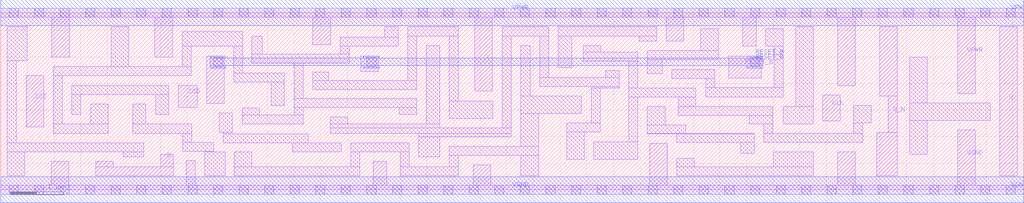
<source format=lef>
# Copyright 2020 The SkyWater PDK Authors
#
# Licensed under the Apache License, Version 2.0 (the "License");
# you may not use this file except in compliance with the License.
# You may obtain a copy of the License at
#
#     https://www.apache.org/licenses/LICENSE-2.0
#
# Unless required by applicable law or agreed to in writing, software
# distributed under the License is distributed on an "AS IS" BASIS,
# WITHOUT WARRANTIES OR CONDITIONS OF ANY KIND, either express or implied.
# See the License for the specific language governing permissions and
# limitations under the License.
#
# SPDX-License-Identifier: Apache-2.0

VERSION 5.7 ;
  NAMESCASESENSITIVE ON ;
  NOWIREEXTENSIONATPIN ON ;
  DIVIDERCHAR "/" ;
  BUSBITCHARS "[]" ;
UNITS
  DATABASE MICRONS 200 ;
END UNITS
MACRO sky130_fd_sc_lp__sdfrbp_lp
  CLASS CORE ;
  SOURCE USER ;
  FOREIGN sky130_fd_sc_lp__sdfrbp_lp ;
  ORIGIN  0.000000  0.000000 ;
  SIZE  19.20000 BY  3.330000 ;
  SYMMETRY R90 ;
  SITE unit ;
  PIN D
    ANTENNAGATEAREA  0.159000 ;
    DIRECTION INPUT ;
    USE SIGNAL ;
    PORT
      LAYER li1 ;
        RECT 1.780000 0.265000 3.235000 0.435000 ;
        RECT 1.780000 0.435000 2.110000 0.535000 ;
        RECT 3.005000 0.435000 3.235000 0.670000 ;
    END
  END D
  PIN Q
    ANTENNADIFFAREA  0.598500 ;
    DIRECTION OUTPUT ;
    USE SIGNAL ;
    PORT
      LAYER li1 ;
        RECT 18.755000 0.265000 19.085000 3.065000 ;
    END
  END Q
  PIN Q_N
    ANTENNADIFFAREA  0.598500 ;
    DIRECTION OUTPUT ;
    USE SIGNAL ;
    PORT
      LAYER li1 ;
        RECT 16.445000 0.265000 16.830000 1.075000 ;
        RECT 16.500000 1.765000 16.830000 3.065000 ;
        RECT 16.660000 1.075000 16.830000 1.765000 ;
    END
  END Q_N
  PIN RESET_B
    ANTENNAGATEAREA  0.633000 ;
    DIRECTION INPUT ;
    USE SIGNAL ;
    PORT
      LAYER li1 ;
        RECT  3.865000 1.625000  4.195000 2.520000 ;
        RECT  6.755000 2.225000  7.085000 2.520000 ;
        RECT 13.665000 2.100000 14.275000 2.520000 ;
      LAYER mcon ;
        RECT  3.995000 2.320000  4.165000 2.490000 ;
        RECT  6.875000 2.320000  7.045000 2.490000 ;
        RECT 14.075000 2.320000 14.245000 2.490000 ;
      LAYER met1 ;
        RECT  3.935000 2.290000  4.225000 2.335000 ;
        RECT  3.935000 2.335000 14.305000 2.475000 ;
        RECT  3.935000 2.475000  4.225000 2.520000 ;
        RECT  6.815000 2.290000  7.105000 2.335000 ;
        RECT  6.815000 2.475000  7.105000 2.520000 ;
        RECT 14.015000 2.290000 14.305000 2.335000 ;
        RECT 14.015000 2.475000 14.305000 2.520000 ;
    END
  END RESET_B
  PIN SCD
    ANTENNAGATEAREA  0.159000 ;
    DIRECTION INPUT ;
    USE SIGNAL ;
    PORT
      LAYER li1 ;
        RECT 3.335000 1.550000 3.685000 1.965000 ;
    END
  END SCD
  PIN SCE
    ANTENNAGATEAREA  0.477000 ;
    DIRECTION INPUT ;
    USE SIGNAL ;
    PORT
      LAYER li1 ;
        RECT 0.475000 1.180000 0.805000 2.150000 ;
    END
  END SCE
  PIN CLK
    ANTENNAGATEAREA  0.630000 ;
    DIRECTION INPUT ;
    USE CLOCK ;
    PORT
      LAYER li1 ;
        RECT 15.430000 1.295000 15.760000 1.780000 ;
    END
  END CLK
  PIN VGND
    DIRECTION INOUT ;
    USE GROUND ;
    PORT
      LAYER li1 ;
        RECT  0.000000 -0.085000 19.200000 0.085000 ;
        RECT  0.945000  0.085000  1.275000 0.535000 ;
        RECT  3.480000  0.085000  3.650000 0.555000 ;
        RECT  6.995000  0.085000  7.245000 0.535000 ;
        RECT  8.865000  0.085000  9.195000 0.465000 ;
        RECT 12.180000  0.085000 12.510000 0.870000 ;
        RECT 15.710000  0.085000 16.040000 0.710000 ;
        RECT 17.965000  0.085000 18.295000 1.125000 ;
      LAYER mcon ;
        RECT  0.155000 -0.085000  0.325000 0.085000 ;
        RECT  0.635000 -0.085000  0.805000 0.085000 ;
        RECT  1.115000 -0.085000  1.285000 0.085000 ;
        RECT  1.595000 -0.085000  1.765000 0.085000 ;
        RECT  2.075000 -0.085000  2.245000 0.085000 ;
        RECT  2.555000 -0.085000  2.725000 0.085000 ;
        RECT  3.035000 -0.085000  3.205000 0.085000 ;
        RECT  3.515000 -0.085000  3.685000 0.085000 ;
        RECT  3.995000 -0.085000  4.165000 0.085000 ;
        RECT  4.475000 -0.085000  4.645000 0.085000 ;
        RECT  4.955000 -0.085000  5.125000 0.085000 ;
        RECT  5.435000 -0.085000  5.605000 0.085000 ;
        RECT  5.915000 -0.085000  6.085000 0.085000 ;
        RECT  6.395000 -0.085000  6.565000 0.085000 ;
        RECT  6.875000 -0.085000  7.045000 0.085000 ;
        RECT  7.355000 -0.085000  7.525000 0.085000 ;
        RECT  7.835000 -0.085000  8.005000 0.085000 ;
        RECT  8.315000 -0.085000  8.485000 0.085000 ;
        RECT  8.795000 -0.085000  8.965000 0.085000 ;
        RECT  9.275000 -0.085000  9.445000 0.085000 ;
        RECT  9.755000 -0.085000  9.925000 0.085000 ;
        RECT 10.235000 -0.085000 10.405000 0.085000 ;
        RECT 10.715000 -0.085000 10.885000 0.085000 ;
        RECT 11.195000 -0.085000 11.365000 0.085000 ;
        RECT 11.675000 -0.085000 11.845000 0.085000 ;
        RECT 12.155000 -0.085000 12.325000 0.085000 ;
        RECT 12.635000 -0.085000 12.805000 0.085000 ;
        RECT 13.115000 -0.085000 13.285000 0.085000 ;
        RECT 13.595000 -0.085000 13.765000 0.085000 ;
        RECT 14.075000 -0.085000 14.245000 0.085000 ;
        RECT 14.555000 -0.085000 14.725000 0.085000 ;
        RECT 15.035000 -0.085000 15.205000 0.085000 ;
        RECT 15.515000 -0.085000 15.685000 0.085000 ;
        RECT 15.995000 -0.085000 16.165000 0.085000 ;
        RECT 16.475000 -0.085000 16.645000 0.085000 ;
        RECT 16.955000 -0.085000 17.125000 0.085000 ;
        RECT 17.435000 -0.085000 17.605000 0.085000 ;
        RECT 17.915000 -0.085000 18.085000 0.085000 ;
        RECT 18.395000 -0.085000 18.565000 0.085000 ;
        RECT 18.875000 -0.085000 19.045000 0.085000 ;
      LAYER met1 ;
        RECT 0.000000 -0.245000 19.200000 0.245000 ;
    END
  END VGND
  PIN VPWR
    DIRECTION INOUT ;
    USE POWER ;
    PORT
      LAYER li1 ;
        RECT  0.000000 3.245000 19.200000 3.415000 ;
        RECT  0.960000 2.495000  1.290000 3.245000 ;
        RECT  2.895000 2.495000  3.225000 3.245000 ;
        RECT  5.860000 2.735000  6.190000 3.245000 ;
        RECT  8.895000 1.855000  9.225000 3.245000 ;
        RECT 12.495000 2.795000 12.825000 3.245000 ;
        RECT 13.930000 2.700000 14.180000 3.245000 ;
        RECT 15.710000 1.960000 16.040000 3.245000 ;
        RECT 17.965000 1.815000 18.295000 3.245000 ;
      LAYER mcon ;
        RECT  0.155000 3.245000  0.325000 3.415000 ;
        RECT  0.635000 3.245000  0.805000 3.415000 ;
        RECT  1.115000 3.245000  1.285000 3.415000 ;
        RECT  1.595000 3.245000  1.765000 3.415000 ;
        RECT  2.075000 3.245000  2.245000 3.415000 ;
        RECT  2.555000 3.245000  2.725000 3.415000 ;
        RECT  3.035000 3.245000  3.205000 3.415000 ;
        RECT  3.515000 3.245000  3.685000 3.415000 ;
        RECT  3.995000 3.245000  4.165000 3.415000 ;
        RECT  4.475000 3.245000  4.645000 3.415000 ;
        RECT  4.955000 3.245000  5.125000 3.415000 ;
        RECT  5.435000 3.245000  5.605000 3.415000 ;
        RECT  5.915000 3.245000  6.085000 3.415000 ;
        RECT  6.395000 3.245000  6.565000 3.415000 ;
        RECT  6.875000 3.245000  7.045000 3.415000 ;
        RECT  7.355000 3.245000  7.525000 3.415000 ;
        RECT  7.835000 3.245000  8.005000 3.415000 ;
        RECT  8.315000 3.245000  8.485000 3.415000 ;
        RECT  8.795000 3.245000  8.965000 3.415000 ;
        RECT  9.275000 3.245000  9.445000 3.415000 ;
        RECT  9.755000 3.245000  9.925000 3.415000 ;
        RECT 10.235000 3.245000 10.405000 3.415000 ;
        RECT 10.715000 3.245000 10.885000 3.415000 ;
        RECT 11.195000 3.245000 11.365000 3.415000 ;
        RECT 11.675000 3.245000 11.845000 3.415000 ;
        RECT 12.155000 3.245000 12.325000 3.415000 ;
        RECT 12.635000 3.245000 12.805000 3.415000 ;
        RECT 13.115000 3.245000 13.285000 3.415000 ;
        RECT 13.595000 3.245000 13.765000 3.415000 ;
        RECT 14.075000 3.245000 14.245000 3.415000 ;
        RECT 14.555000 3.245000 14.725000 3.415000 ;
        RECT 15.035000 3.245000 15.205000 3.415000 ;
        RECT 15.515000 3.245000 15.685000 3.415000 ;
        RECT 15.995000 3.245000 16.165000 3.415000 ;
        RECT 16.475000 3.245000 16.645000 3.415000 ;
        RECT 16.955000 3.245000 17.125000 3.415000 ;
        RECT 17.435000 3.245000 17.605000 3.415000 ;
        RECT 17.915000 3.245000 18.085000 3.415000 ;
        RECT 18.395000 3.245000 18.565000 3.415000 ;
        RECT 18.875000 3.245000 19.045000 3.415000 ;
      LAYER met1 ;
        RECT 0.000000 3.085000 19.200000 3.575000 ;
    END
  END VPWR
  OBS
    LAYER li1 ;
      RECT  0.125000 0.265000  0.455000 0.715000 ;
      RECT  0.125000 0.715000  2.680000 0.885000 ;
      RECT  0.125000 0.885000  0.295000 2.435000 ;
      RECT  0.125000 2.435000  0.500000 3.065000 ;
      RECT  0.985000 1.065000  2.015000 1.235000 ;
      RECT  0.985000 1.235000  1.155000 2.145000 ;
      RECT  0.985000 2.145000  3.575000 2.315000 ;
      RECT  1.335000 1.415000  1.505000 1.795000 ;
      RECT  1.335000 1.795000  3.155000 1.965000 ;
      RECT  1.685000 1.235000  2.015000 1.615000 ;
      RECT  2.075000 2.315000  2.405000 3.065000 ;
      RECT  2.295000 0.615000  2.680000 0.715000 ;
      RECT  2.475000 1.065000  3.585000 1.235000 ;
      RECT  2.475000 1.235000  2.725000 1.615000 ;
      RECT  2.905000 1.415000  3.155000 1.795000 ;
      RECT  3.405000 2.315000  3.575000 2.700000 ;
      RECT  3.405000 2.700000  4.545000 2.975000 ;
      RECT  3.415000 0.725000  4.000000 0.895000 ;
      RECT  3.415000 0.895000  3.585000 1.065000 ;
      RECT  3.830000 0.265000  4.210000 0.715000 ;
      RECT  3.830000 0.715000  4.000000 0.725000 ;
      RECT  4.100000 1.075000  4.350000 1.445000 ;
      RECT  4.180000 0.885000  5.770000 1.055000 ;
      RECT  4.180000 1.055000  4.350000 1.075000 ;
      RECT  4.375000 2.025000  5.325000 2.195000 ;
      RECT  4.375000 2.195000  4.545000 2.700000 ;
      RECT  4.380000 0.265000  6.740000 0.435000 ;
      RECT  4.380000 0.435000  4.710000 0.715000 ;
      RECT  4.530000 1.235000  5.675000 1.405000 ;
      RECT  4.530000 1.405000  4.860000 1.535000 ;
      RECT  4.715000 2.385000  6.540000 2.555000 ;
      RECT  4.715000 2.555000  4.905000 2.895000 ;
      RECT  5.075000 1.585000  5.325000 2.025000 ;
      RECT  5.470000 0.715000  6.390000 0.885000 ;
      RECT  5.505000 1.405000  5.675000 1.545000 ;
      RECT  5.505000 1.545000  7.810000 1.715000 ;
      RECT  5.505000 1.715000  5.675000 2.385000 ;
      RECT  5.855000 1.885000  7.810000 2.055000 ;
      RECT  5.855000 2.055000  6.155000 2.215000 ;
      RECT  6.185000 1.065000  9.585000 1.165000 ;
      RECT  6.185000 1.165000  8.240000 1.235000 ;
      RECT  6.185000 1.235000  6.515000 1.375000 ;
      RECT  6.370000 2.555000  6.540000 2.700000 ;
      RECT  6.370000 2.700000  7.460000 2.870000 ;
      RECT  6.570000 0.435000  6.740000 0.715000 ;
      RECT  6.570000 0.715000  7.670000 0.885000 ;
      RECT  7.210000 2.870000  7.460000 3.065000 ;
      RECT  7.480000 1.415000  7.810000 1.545000 ;
      RECT  7.500000 0.265000  8.590000 0.435000 ;
      RECT  7.500000 0.435000  7.670000 0.715000 ;
      RECT  7.640000 2.055000  7.810000 2.895000 ;
      RECT  7.640000 2.895000  8.590000 3.065000 ;
      RECT  7.850000 0.615000  8.240000 0.995000 ;
      RECT  7.850000 0.995000  9.585000 1.065000 ;
      RECT  7.990000 1.235000  8.240000 2.715000 ;
      RECT  8.420000 0.435000  8.590000 0.645000 ;
      RECT  8.420000 0.645000 10.095000 0.815000 ;
      RECT  8.420000 1.345000  9.235000 1.675000 ;
      RECT  8.420000 1.675000  8.590000 2.895000 ;
      RECT  9.415000 1.165000  9.585000 2.895000 ;
      RECT  9.415000 2.895000 10.285000 3.065000 ;
      RECT  9.765000 0.265000 10.095000 0.645000 ;
      RECT  9.765000 0.815000 10.095000 1.435000 ;
      RECT  9.765000 1.435000 10.900000 1.765000 ;
      RECT  9.765000 1.765000  9.935000 2.715000 ;
      RECT 10.115000 1.945000 11.610000 2.115000 ;
      RECT 10.115000 2.115000 10.285000 2.895000 ;
      RECT 10.465000 2.295000 10.715000 2.895000 ;
      RECT 10.465000 2.895000 12.315000 3.065000 ;
      RECT 10.620000 0.575000 10.950000 1.085000 ;
      RECT 10.620000 1.085000 11.250000 1.255000 ;
      RECT 10.930000 2.425000 11.960000 2.595000 ;
      RECT 10.930000 2.595000 11.260000 2.715000 ;
      RECT 11.080000 1.255000 11.250000 1.915000 ;
      RECT 11.080000 1.915000 11.610000 1.945000 ;
      RECT 11.130000 0.575000 11.960000 0.905000 ;
      RECT 11.360000 2.115000 11.610000 2.245000 ;
      RECT 11.790000 0.905000 11.960000 1.745000 ;
      RECT 11.790000 1.745000 13.050000 1.915000 ;
      RECT 11.790000 1.915000 11.960000 2.425000 ;
      RECT 11.985000 2.795000 12.315000 2.895000 ;
      RECT 12.140000 1.050000 14.140000 1.060000 ;
      RECT 12.140000 1.060000 12.860000 1.220000 ;
      RECT 12.140000 1.220000 12.470000 1.565000 ;
      RECT 12.140000 2.185000 12.415000 2.445000 ;
      RECT 12.140000 2.445000 13.470000 2.615000 ;
      RECT 12.595000 2.095000 13.400000 2.265000 ;
      RECT 12.690000 0.265000 15.250000 0.435000 ;
      RECT 12.690000 0.435000 13.020000 0.595000 ;
      RECT 12.690000 0.890000 14.140000 1.050000 ;
      RECT 12.720000 1.400000 14.490000 1.570000 ;
      RECT 12.720000 1.570000 13.050000 1.745000 ;
      RECT 13.140000 2.615000 13.470000 3.030000 ;
      RECT 13.230000 1.750000 14.690000 1.920000 ;
      RECT 13.230000 1.920000 13.400000 2.095000 ;
      RECT 13.890000 0.685000 14.140000 0.890000 ;
      RECT 14.055000 1.240000 14.490000 1.400000 ;
      RECT 14.320000 0.890000 16.185000 1.060000 ;
      RECT 14.320000 1.060000 14.490000 1.240000 ;
      RECT 14.360000 2.700000 14.690000 3.030000 ;
      RECT 14.500000 0.435000 15.250000 0.710000 ;
      RECT 14.520000 1.920000 14.690000 2.700000 ;
      RECT 14.685000 1.240000 15.250000 1.570000 ;
      RECT 14.920000 1.570000 15.250000 3.065000 ;
      RECT 16.015000 1.060000 16.185000 1.255000 ;
      RECT 16.015000 1.255000 16.345000 1.585000 ;
      RECT 17.060000 0.665000 17.390000 1.305000 ;
      RECT 17.060000 1.305000 18.575000 1.635000 ;
      RECT 17.060000 1.635000 17.390000 2.495000 ;
  END
END sky130_fd_sc_lp__sdfrbp_lp

</source>
